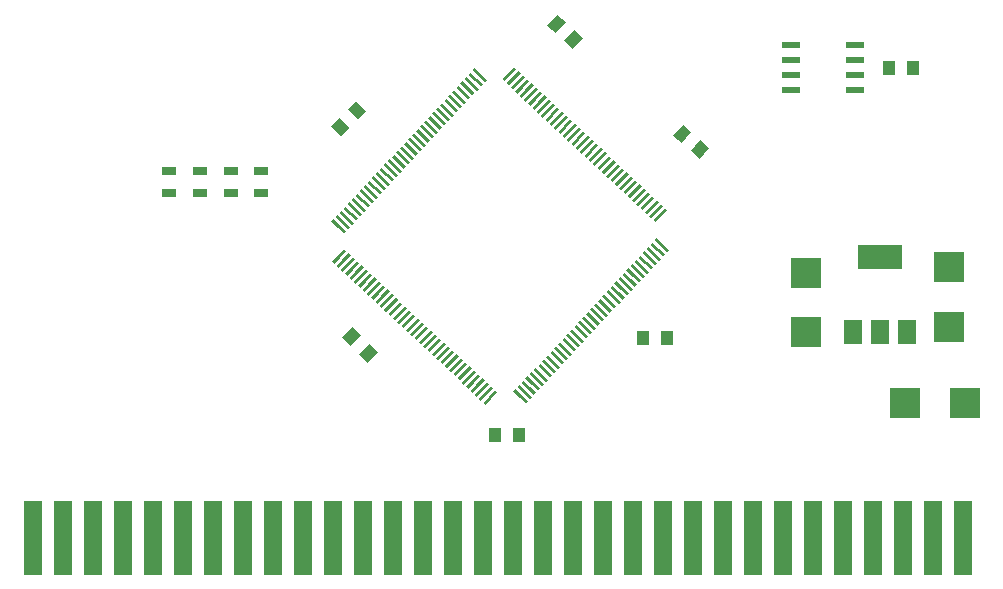
<source format=gtp>
G04 #@! TF.FileFunction,Paste,Top*
%FSLAX46Y46*%
G04 Gerber Fmt 4.6, Leading zero omitted, Abs format (unit mm)*
G04 Created by KiCad (PCBNEW (after 2015-may-25 BZR unknown)-product) date 17/09/2017 09:43:34*
%MOMM*%
G01*
G04 APERTURE LIST*
%ADD10C,0.100000*%
%ADD11R,2.550160X2.499360*%
%ADD12R,1.300000X0.700000*%
%ADD13R,3.800000X2.000000*%
%ADD14R,1.500000X2.000000*%
%ADD15R,1.000000X1.250000*%
%ADD16R,1.600200X6.299200*%
%ADD17R,2.499360X2.550160*%
%ADD18R,1.550000X0.600000*%
G04 APERTURE END LIST*
D10*
D11*
X242250240Y-152750000D03*
X247299760Y-152750000D03*
D12*
X179890000Y-133040000D03*
X179890000Y-134940000D03*
X182560000Y-133040000D03*
X182560000Y-134940000D03*
X185160000Y-133040000D03*
X185160000Y-134940000D03*
D10*
G36*
X214992924Y-121829231D02*
X214156511Y-122758162D01*
X213413366Y-122089031D01*
X214249779Y-121160100D01*
X214992924Y-121829231D01*
X214992924Y-121829231D01*
G37*
G36*
X213506635Y-120490969D02*
X212670222Y-121419900D01*
X211927077Y-120750769D01*
X212763490Y-119821838D01*
X213506635Y-120490969D01*
X213506635Y-120490969D01*
G37*
G36*
X225672102Y-131102395D02*
X224852028Y-132045782D01*
X224097318Y-131389723D01*
X224917392Y-130446336D01*
X225672102Y-131102395D01*
X225672102Y-131102395D01*
G37*
G36*
X224162683Y-129790276D02*
X223342609Y-130733663D01*
X222587899Y-130077604D01*
X223407973Y-129134217D01*
X224162683Y-129790276D01*
X224162683Y-129790276D01*
G37*
G36*
X197592602Y-148398719D02*
X196708719Y-149282602D01*
X196001612Y-148575495D01*
X196885495Y-147691612D01*
X197592602Y-148398719D01*
X197592602Y-148398719D01*
G37*
G36*
X196178389Y-146984505D02*
X195294506Y-147868388D01*
X194587399Y-147161281D01*
X195471282Y-146277398D01*
X196178389Y-146984505D01*
X196178389Y-146984505D01*
G37*
D13*
X240140000Y-140380000D03*
D14*
X240140000Y-146680000D03*
X242440000Y-146680000D03*
X237840000Y-146680000D03*
D10*
G36*
X205586223Y-124552542D02*
X205756722Y-124369704D01*
X206817185Y-125358602D01*
X206646686Y-125541440D01*
X205586223Y-124552542D01*
X205586223Y-124552542D01*
G37*
G36*
X205245224Y-124918219D02*
X205415723Y-124735381D01*
X206476186Y-125724279D01*
X206305687Y-125907117D01*
X205245224Y-124918219D01*
X205245224Y-124918219D01*
G37*
G36*
X204904225Y-125283896D02*
X205074724Y-125101058D01*
X206135187Y-126089956D01*
X205964688Y-126272794D01*
X204904225Y-125283896D01*
X204904225Y-125283896D01*
G37*
G36*
X204563226Y-125649573D02*
X204733725Y-125466735D01*
X205794188Y-126455633D01*
X205623689Y-126638471D01*
X204563226Y-125649573D01*
X204563226Y-125649573D01*
G37*
G36*
X204222226Y-126015250D02*
X204392725Y-125832412D01*
X205453188Y-126821310D01*
X205282689Y-127004148D01*
X204222226Y-126015250D01*
X204222226Y-126015250D01*
G37*
G36*
X203881227Y-126380927D02*
X204051726Y-126198089D01*
X205112189Y-127186987D01*
X204941690Y-127369825D01*
X203881227Y-126380927D01*
X203881227Y-126380927D01*
G37*
G36*
X203540228Y-126746604D02*
X203710727Y-126563766D01*
X204771190Y-127552664D01*
X204600691Y-127735502D01*
X203540228Y-126746604D01*
X203540228Y-126746604D01*
G37*
G36*
X203199229Y-127112280D02*
X203369728Y-126929442D01*
X204430191Y-127918340D01*
X204259692Y-128101178D01*
X203199229Y-127112280D01*
X203199229Y-127112280D01*
G37*
G36*
X202858230Y-127477957D02*
X203028729Y-127295119D01*
X204089192Y-128284017D01*
X203918693Y-128466855D01*
X202858230Y-127477957D01*
X202858230Y-127477957D01*
G37*
G36*
X202517230Y-127843634D02*
X202687729Y-127660796D01*
X203748192Y-128649694D01*
X203577693Y-128832532D01*
X202517230Y-127843634D01*
X202517230Y-127843634D01*
G37*
G36*
X202176231Y-128209311D02*
X202346730Y-128026473D01*
X203407193Y-129015371D01*
X203236694Y-129198209D01*
X202176231Y-128209311D01*
X202176231Y-128209311D01*
G37*
G36*
X201835232Y-128574988D02*
X202005731Y-128392150D01*
X203066194Y-129381048D01*
X202895695Y-129563886D01*
X201835232Y-128574988D01*
X201835232Y-128574988D01*
G37*
G36*
X201494233Y-128940665D02*
X201664732Y-128757827D01*
X202725195Y-129746725D01*
X202554696Y-129929563D01*
X201494233Y-128940665D01*
X201494233Y-128940665D01*
G37*
G36*
X201153234Y-129306341D02*
X201323733Y-129123503D01*
X202384196Y-130112401D01*
X202213697Y-130295239D01*
X201153234Y-129306341D01*
X201153234Y-129306341D01*
G37*
G36*
X200812235Y-129672018D02*
X200982734Y-129489180D01*
X202043197Y-130478078D01*
X201872698Y-130660916D01*
X200812235Y-129672018D01*
X200812235Y-129672018D01*
G37*
G36*
X200471235Y-130037695D02*
X200641734Y-129854857D01*
X201702197Y-130843755D01*
X201531698Y-131026593D01*
X200471235Y-130037695D01*
X200471235Y-130037695D01*
G37*
G36*
X200130236Y-130403372D02*
X200300735Y-130220534D01*
X201361198Y-131209432D01*
X201190699Y-131392270D01*
X200130236Y-130403372D01*
X200130236Y-130403372D01*
G37*
G36*
X199789237Y-130769049D02*
X199959736Y-130586211D01*
X201020199Y-131575109D01*
X200849700Y-131757947D01*
X199789237Y-130769049D01*
X199789237Y-130769049D01*
G37*
G36*
X199448238Y-131134726D02*
X199618737Y-130951888D01*
X200679200Y-131940786D01*
X200508701Y-132123624D01*
X199448238Y-131134726D01*
X199448238Y-131134726D01*
G37*
G36*
X199107239Y-131500403D02*
X199277738Y-131317565D01*
X200338201Y-132306463D01*
X200167702Y-132489301D01*
X199107239Y-131500403D01*
X199107239Y-131500403D01*
G37*
G36*
X198766239Y-131866079D02*
X198936738Y-131683241D01*
X199997201Y-132672139D01*
X199826702Y-132854977D01*
X198766239Y-131866079D01*
X198766239Y-131866079D01*
G37*
G36*
X198425240Y-132231756D02*
X198595739Y-132048918D01*
X199656202Y-133037816D01*
X199485703Y-133220654D01*
X198425240Y-132231756D01*
X198425240Y-132231756D01*
G37*
G36*
X198084241Y-132597433D02*
X198254740Y-132414595D01*
X199315203Y-133403493D01*
X199144704Y-133586331D01*
X198084241Y-132597433D01*
X198084241Y-132597433D01*
G37*
G36*
X197743242Y-132963110D02*
X197913741Y-132780272D01*
X198974204Y-133769170D01*
X198803705Y-133952008D01*
X197743242Y-132963110D01*
X197743242Y-132963110D01*
G37*
G36*
X197402243Y-133328787D02*
X197572742Y-133145949D01*
X198633205Y-134134847D01*
X198462706Y-134317685D01*
X197402243Y-133328787D01*
X197402243Y-133328787D01*
G37*
G36*
X197061244Y-133694464D02*
X197231743Y-133511626D01*
X198292206Y-134500524D01*
X198121707Y-134683362D01*
X197061244Y-133694464D01*
X197061244Y-133694464D01*
G37*
G36*
X196720244Y-134060141D02*
X196890743Y-133877303D01*
X197951206Y-134866201D01*
X197780707Y-135049039D01*
X196720244Y-134060141D01*
X196720244Y-134060141D01*
G37*
G36*
X196379245Y-134425817D02*
X196549744Y-134242979D01*
X197610207Y-135231877D01*
X197439708Y-135414715D01*
X196379245Y-134425817D01*
X196379245Y-134425817D01*
G37*
G36*
X196038246Y-134791494D02*
X196208745Y-134608656D01*
X197269208Y-135597554D01*
X197098709Y-135780392D01*
X196038246Y-134791494D01*
X196038246Y-134791494D01*
G37*
G36*
X195697247Y-135157171D02*
X195867746Y-134974333D01*
X196928209Y-135963231D01*
X196757710Y-136146069D01*
X195697247Y-135157171D01*
X195697247Y-135157171D01*
G37*
G36*
X195356248Y-135522848D02*
X195526747Y-135340010D01*
X196587210Y-136328908D01*
X196416711Y-136511746D01*
X195356248Y-135522848D01*
X195356248Y-135522848D01*
G37*
G36*
X195015249Y-135888525D02*
X195185748Y-135705687D01*
X196246211Y-136694585D01*
X196075712Y-136877423D01*
X195015249Y-135888525D01*
X195015249Y-135888525D01*
G37*
G36*
X194674249Y-136254202D02*
X194844748Y-136071364D01*
X195905211Y-137060262D01*
X195734712Y-137243100D01*
X194674249Y-136254202D01*
X194674249Y-136254202D01*
G37*
G36*
X194333250Y-136619878D02*
X194503749Y-136437040D01*
X195564212Y-137425938D01*
X195393713Y-137608776D01*
X194333250Y-136619878D01*
X194333250Y-136619878D01*
G37*
G36*
X193992251Y-136985555D02*
X194162750Y-136802717D01*
X195223213Y-137791615D01*
X195052714Y-137974453D01*
X193992251Y-136985555D01*
X193992251Y-136985555D01*
G37*
G36*
X193651252Y-137351232D02*
X193821751Y-137168394D01*
X194882214Y-138157292D01*
X194711715Y-138340130D01*
X193651252Y-137351232D01*
X193651252Y-137351232D01*
G37*
G36*
X193952542Y-140913777D02*
X193769704Y-140743278D01*
X194758602Y-139682815D01*
X194941440Y-139853314D01*
X193952542Y-140913777D01*
X193952542Y-140913777D01*
G37*
G36*
X194318219Y-141254776D02*
X194135381Y-141084277D01*
X195124279Y-140023814D01*
X195307117Y-140194313D01*
X194318219Y-141254776D01*
X194318219Y-141254776D01*
G37*
G36*
X194683896Y-141595775D02*
X194501058Y-141425276D01*
X195489956Y-140364813D01*
X195672794Y-140535312D01*
X194683896Y-141595775D01*
X194683896Y-141595775D01*
G37*
G36*
X195049573Y-141936774D02*
X194866735Y-141766275D01*
X195855633Y-140705812D01*
X196038471Y-140876311D01*
X195049573Y-141936774D01*
X195049573Y-141936774D01*
G37*
G36*
X195415250Y-142277774D02*
X195232412Y-142107275D01*
X196221310Y-141046812D01*
X196404148Y-141217311D01*
X195415250Y-142277774D01*
X195415250Y-142277774D01*
G37*
G36*
X195780927Y-142618773D02*
X195598089Y-142448274D01*
X196586987Y-141387811D01*
X196769825Y-141558310D01*
X195780927Y-142618773D01*
X195780927Y-142618773D01*
G37*
G36*
X196146604Y-142959772D02*
X195963766Y-142789273D01*
X196952664Y-141728810D01*
X197135502Y-141899309D01*
X196146604Y-142959772D01*
X196146604Y-142959772D01*
G37*
G36*
X196512280Y-143300771D02*
X196329442Y-143130272D01*
X197318340Y-142069809D01*
X197501178Y-142240308D01*
X196512280Y-143300771D01*
X196512280Y-143300771D01*
G37*
G36*
X196877957Y-143641770D02*
X196695119Y-143471271D01*
X197684017Y-142410808D01*
X197866855Y-142581307D01*
X196877957Y-143641770D01*
X196877957Y-143641770D01*
G37*
G36*
X197243634Y-143982770D02*
X197060796Y-143812271D01*
X198049694Y-142751808D01*
X198232532Y-142922307D01*
X197243634Y-143982770D01*
X197243634Y-143982770D01*
G37*
G36*
X197609311Y-144323769D02*
X197426473Y-144153270D01*
X198415371Y-143092807D01*
X198598209Y-143263306D01*
X197609311Y-144323769D01*
X197609311Y-144323769D01*
G37*
G36*
X197974988Y-144664768D02*
X197792150Y-144494269D01*
X198781048Y-143433806D01*
X198963886Y-143604305D01*
X197974988Y-144664768D01*
X197974988Y-144664768D01*
G37*
G36*
X198340665Y-145005767D02*
X198157827Y-144835268D01*
X199146725Y-143774805D01*
X199329563Y-143945304D01*
X198340665Y-145005767D01*
X198340665Y-145005767D01*
G37*
G36*
X198706341Y-145346766D02*
X198523503Y-145176267D01*
X199512401Y-144115804D01*
X199695239Y-144286303D01*
X198706341Y-145346766D01*
X198706341Y-145346766D01*
G37*
G36*
X199072018Y-145687765D02*
X198889180Y-145517266D01*
X199878078Y-144456803D01*
X200060916Y-144627302D01*
X199072018Y-145687765D01*
X199072018Y-145687765D01*
G37*
G36*
X199437695Y-146028765D02*
X199254857Y-145858266D01*
X200243755Y-144797803D01*
X200426593Y-144968302D01*
X199437695Y-146028765D01*
X199437695Y-146028765D01*
G37*
G36*
X199803372Y-146369764D02*
X199620534Y-146199265D01*
X200609432Y-145138802D01*
X200792270Y-145309301D01*
X199803372Y-146369764D01*
X199803372Y-146369764D01*
G37*
G36*
X200169049Y-146710763D02*
X199986211Y-146540264D01*
X200975109Y-145479801D01*
X201157947Y-145650300D01*
X200169049Y-146710763D01*
X200169049Y-146710763D01*
G37*
G36*
X200534726Y-147051762D02*
X200351888Y-146881263D01*
X201340786Y-145820800D01*
X201523624Y-145991299D01*
X200534726Y-147051762D01*
X200534726Y-147051762D01*
G37*
G36*
X200900403Y-147392761D02*
X200717565Y-147222262D01*
X201706463Y-146161799D01*
X201889301Y-146332298D01*
X200900403Y-147392761D01*
X200900403Y-147392761D01*
G37*
G36*
X201266079Y-147733761D02*
X201083241Y-147563262D01*
X202072139Y-146502799D01*
X202254977Y-146673298D01*
X201266079Y-147733761D01*
X201266079Y-147733761D01*
G37*
G36*
X201631756Y-148074760D02*
X201448918Y-147904261D01*
X202437816Y-146843798D01*
X202620654Y-147014297D01*
X201631756Y-148074760D01*
X201631756Y-148074760D01*
G37*
G36*
X201997433Y-148415759D02*
X201814595Y-148245260D01*
X202803493Y-147184797D01*
X202986331Y-147355296D01*
X201997433Y-148415759D01*
X201997433Y-148415759D01*
G37*
G36*
X202363110Y-148756758D02*
X202180272Y-148586259D01*
X203169170Y-147525796D01*
X203352008Y-147696295D01*
X202363110Y-148756758D01*
X202363110Y-148756758D01*
G37*
G36*
X202728787Y-149097757D02*
X202545949Y-148927258D01*
X203534847Y-147866795D01*
X203717685Y-148037294D01*
X202728787Y-149097757D01*
X202728787Y-149097757D01*
G37*
G36*
X203094464Y-149438756D02*
X202911626Y-149268257D01*
X203900524Y-148207794D01*
X204083362Y-148378293D01*
X203094464Y-149438756D01*
X203094464Y-149438756D01*
G37*
G36*
X203460141Y-149779756D02*
X203277303Y-149609257D01*
X204266201Y-148548794D01*
X204449039Y-148719293D01*
X203460141Y-149779756D01*
X203460141Y-149779756D01*
G37*
G36*
X203825817Y-150120755D02*
X203642979Y-149950256D01*
X204631877Y-148889793D01*
X204814715Y-149060292D01*
X203825817Y-150120755D01*
X203825817Y-150120755D01*
G37*
G36*
X204191494Y-150461754D02*
X204008656Y-150291255D01*
X204997554Y-149230792D01*
X205180392Y-149401291D01*
X204191494Y-150461754D01*
X204191494Y-150461754D01*
G37*
G36*
X204557171Y-150802753D02*
X204374333Y-150632254D01*
X205363231Y-149571791D01*
X205546069Y-149742290D01*
X204557171Y-150802753D01*
X204557171Y-150802753D01*
G37*
G36*
X204922848Y-151143752D02*
X204740010Y-150973253D01*
X205728908Y-149912790D01*
X205911746Y-150083289D01*
X204922848Y-151143752D01*
X204922848Y-151143752D01*
G37*
G36*
X205288525Y-151484751D02*
X205105687Y-151314252D01*
X206094585Y-150253789D01*
X206277423Y-150424288D01*
X205288525Y-151484751D01*
X205288525Y-151484751D01*
G37*
G36*
X205654202Y-151825751D02*
X205471364Y-151655252D01*
X206460262Y-150594789D01*
X206643100Y-150765288D01*
X205654202Y-151825751D01*
X205654202Y-151825751D01*
G37*
G36*
X206019878Y-152166750D02*
X205837040Y-151996251D01*
X206825938Y-150935788D01*
X207008776Y-151106287D01*
X206019878Y-152166750D01*
X206019878Y-152166750D01*
G37*
G36*
X206385555Y-152507749D02*
X206202717Y-152337250D01*
X207191615Y-151276787D01*
X207374453Y-151447286D01*
X206385555Y-152507749D01*
X206385555Y-152507749D01*
G37*
G36*
X206751232Y-152848748D02*
X206568394Y-152678249D01*
X207557292Y-151617786D01*
X207740130Y-151788285D01*
X206751232Y-152848748D01*
X206751232Y-152848748D01*
G37*
G36*
X209082815Y-151741398D02*
X209253314Y-151558560D01*
X210313777Y-152547458D01*
X210143278Y-152730296D01*
X209082815Y-151741398D01*
X209082815Y-151741398D01*
G37*
G36*
X209423814Y-151375721D02*
X209594313Y-151192883D01*
X210654776Y-152181781D01*
X210484277Y-152364619D01*
X209423814Y-151375721D01*
X209423814Y-151375721D01*
G37*
G36*
X209764813Y-151010044D02*
X209935312Y-150827206D01*
X210995775Y-151816104D01*
X210825276Y-151998942D01*
X209764813Y-151010044D01*
X209764813Y-151010044D01*
G37*
G36*
X210105812Y-150644367D02*
X210276311Y-150461529D01*
X211336774Y-151450427D01*
X211166275Y-151633265D01*
X210105812Y-150644367D01*
X210105812Y-150644367D01*
G37*
G36*
X210446812Y-150278690D02*
X210617311Y-150095852D01*
X211677774Y-151084750D01*
X211507275Y-151267588D01*
X210446812Y-150278690D01*
X210446812Y-150278690D01*
G37*
G36*
X210787811Y-149913013D02*
X210958310Y-149730175D01*
X212018773Y-150719073D01*
X211848274Y-150901911D01*
X210787811Y-149913013D01*
X210787811Y-149913013D01*
G37*
G36*
X211128810Y-149547336D02*
X211299309Y-149364498D01*
X212359772Y-150353396D01*
X212189273Y-150536234D01*
X211128810Y-149547336D01*
X211128810Y-149547336D01*
G37*
G36*
X211469809Y-149181660D02*
X211640308Y-148998822D01*
X212700771Y-149987720D01*
X212530272Y-150170558D01*
X211469809Y-149181660D01*
X211469809Y-149181660D01*
G37*
G36*
X211810808Y-148815983D02*
X211981307Y-148633145D01*
X213041770Y-149622043D01*
X212871271Y-149804881D01*
X211810808Y-148815983D01*
X211810808Y-148815983D01*
G37*
G36*
X212151808Y-148450306D02*
X212322307Y-148267468D01*
X213382770Y-149256366D01*
X213212271Y-149439204D01*
X212151808Y-148450306D01*
X212151808Y-148450306D01*
G37*
G36*
X212492807Y-148084629D02*
X212663306Y-147901791D01*
X213723769Y-148890689D01*
X213553270Y-149073527D01*
X212492807Y-148084629D01*
X212492807Y-148084629D01*
G37*
G36*
X212833806Y-147718952D02*
X213004305Y-147536114D01*
X214064768Y-148525012D01*
X213894269Y-148707850D01*
X212833806Y-147718952D01*
X212833806Y-147718952D01*
G37*
G36*
X213174805Y-147353275D02*
X213345304Y-147170437D01*
X214405767Y-148159335D01*
X214235268Y-148342173D01*
X213174805Y-147353275D01*
X213174805Y-147353275D01*
G37*
G36*
X213515804Y-146987599D02*
X213686303Y-146804761D01*
X214746766Y-147793659D01*
X214576267Y-147976497D01*
X213515804Y-146987599D01*
X213515804Y-146987599D01*
G37*
G36*
X213856803Y-146621922D02*
X214027302Y-146439084D01*
X215087765Y-147427982D01*
X214917266Y-147610820D01*
X213856803Y-146621922D01*
X213856803Y-146621922D01*
G37*
G36*
X214197803Y-146256245D02*
X214368302Y-146073407D01*
X215428765Y-147062305D01*
X215258266Y-147245143D01*
X214197803Y-146256245D01*
X214197803Y-146256245D01*
G37*
G36*
X214538802Y-145890568D02*
X214709301Y-145707730D01*
X215769764Y-146696628D01*
X215599265Y-146879466D01*
X214538802Y-145890568D01*
X214538802Y-145890568D01*
G37*
G36*
X214879801Y-145524891D02*
X215050300Y-145342053D01*
X216110763Y-146330951D01*
X215940264Y-146513789D01*
X214879801Y-145524891D01*
X214879801Y-145524891D01*
G37*
G36*
X215220800Y-145159214D02*
X215391299Y-144976376D01*
X216451762Y-145965274D01*
X216281263Y-146148112D01*
X215220800Y-145159214D01*
X215220800Y-145159214D01*
G37*
G36*
X215561799Y-144793537D02*
X215732298Y-144610699D01*
X216792761Y-145599597D01*
X216622262Y-145782435D01*
X215561799Y-144793537D01*
X215561799Y-144793537D01*
G37*
G36*
X215902799Y-144427861D02*
X216073298Y-144245023D01*
X217133761Y-145233921D01*
X216963262Y-145416759D01*
X215902799Y-144427861D01*
X215902799Y-144427861D01*
G37*
G36*
X216243798Y-144062184D02*
X216414297Y-143879346D01*
X217474760Y-144868244D01*
X217304261Y-145051082D01*
X216243798Y-144062184D01*
X216243798Y-144062184D01*
G37*
G36*
X216584797Y-143696507D02*
X216755296Y-143513669D01*
X217815759Y-144502567D01*
X217645260Y-144685405D01*
X216584797Y-143696507D01*
X216584797Y-143696507D01*
G37*
G36*
X216925796Y-143330830D02*
X217096295Y-143147992D01*
X218156758Y-144136890D01*
X217986259Y-144319728D01*
X216925796Y-143330830D01*
X216925796Y-143330830D01*
G37*
G36*
X217266795Y-142965153D02*
X217437294Y-142782315D01*
X218497757Y-143771213D01*
X218327258Y-143954051D01*
X217266795Y-142965153D01*
X217266795Y-142965153D01*
G37*
G36*
X217607794Y-142599476D02*
X217778293Y-142416638D01*
X218838756Y-143405536D01*
X218668257Y-143588374D01*
X217607794Y-142599476D01*
X217607794Y-142599476D01*
G37*
G36*
X217948794Y-142233799D02*
X218119293Y-142050961D01*
X219179756Y-143039859D01*
X219009257Y-143222697D01*
X217948794Y-142233799D01*
X217948794Y-142233799D01*
G37*
G36*
X218289793Y-141868123D02*
X218460292Y-141685285D01*
X219520755Y-142674183D01*
X219350256Y-142857021D01*
X218289793Y-141868123D01*
X218289793Y-141868123D01*
G37*
G36*
X218630792Y-141502446D02*
X218801291Y-141319608D01*
X219861754Y-142308506D01*
X219691255Y-142491344D01*
X218630792Y-141502446D01*
X218630792Y-141502446D01*
G37*
G36*
X218971791Y-141136769D02*
X219142290Y-140953931D01*
X220202753Y-141942829D01*
X220032254Y-142125667D01*
X218971791Y-141136769D01*
X218971791Y-141136769D01*
G37*
G36*
X219312790Y-140771092D02*
X219483289Y-140588254D01*
X220543752Y-141577152D01*
X220373253Y-141759990D01*
X219312790Y-140771092D01*
X219312790Y-140771092D01*
G37*
G36*
X219653789Y-140405415D02*
X219824288Y-140222577D01*
X220884751Y-141211475D01*
X220714252Y-141394313D01*
X219653789Y-140405415D01*
X219653789Y-140405415D01*
G37*
G36*
X219994789Y-140039738D02*
X220165288Y-139856900D01*
X221225751Y-140845798D01*
X221055252Y-141028636D01*
X219994789Y-140039738D01*
X219994789Y-140039738D01*
G37*
G36*
X220335788Y-139674062D02*
X220506287Y-139491224D01*
X221566750Y-140480122D01*
X221396251Y-140662960D01*
X220335788Y-139674062D01*
X220335788Y-139674062D01*
G37*
G36*
X220676787Y-139308385D02*
X220847286Y-139125547D01*
X221907749Y-140114445D01*
X221737250Y-140297283D01*
X220676787Y-139308385D01*
X220676787Y-139308385D01*
G37*
G36*
X221017786Y-138942708D02*
X221188285Y-138759870D01*
X222248748Y-139748768D01*
X222078249Y-139931606D01*
X221017786Y-138942708D01*
X221017786Y-138942708D01*
G37*
G36*
X221141398Y-137417185D02*
X220958560Y-137246686D01*
X221947458Y-136186223D01*
X222130296Y-136356722D01*
X221141398Y-137417185D01*
X221141398Y-137417185D01*
G37*
G36*
X220775721Y-137076186D02*
X220592883Y-136905687D01*
X221581781Y-135845224D01*
X221764619Y-136015723D01*
X220775721Y-137076186D01*
X220775721Y-137076186D01*
G37*
G36*
X220410044Y-136735187D02*
X220227206Y-136564688D01*
X221216104Y-135504225D01*
X221398942Y-135674724D01*
X220410044Y-136735187D01*
X220410044Y-136735187D01*
G37*
G36*
X220044367Y-136394188D02*
X219861529Y-136223689D01*
X220850427Y-135163226D01*
X221033265Y-135333725D01*
X220044367Y-136394188D01*
X220044367Y-136394188D01*
G37*
G36*
X219678690Y-136053188D02*
X219495852Y-135882689D01*
X220484750Y-134822226D01*
X220667588Y-134992725D01*
X219678690Y-136053188D01*
X219678690Y-136053188D01*
G37*
G36*
X219313013Y-135712189D02*
X219130175Y-135541690D01*
X220119073Y-134481227D01*
X220301911Y-134651726D01*
X219313013Y-135712189D01*
X219313013Y-135712189D01*
G37*
G36*
X218947336Y-135371190D02*
X218764498Y-135200691D01*
X219753396Y-134140228D01*
X219936234Y-134310727D01*
X218947336Y-135371190D01*
X218947336Y-135371190D01*
G37*
G36*
X218581660Y-135030191D02*
X218398822Y-134859692D01*
X219387720Y-133799229D01*
X219570558Y-133969728D01*
X218581660Y-135030191D01*
X218581660Y-135030191D01*
G37*
G36*
X218215983Y-134689192D02*
X218033145Y-134518693D01*
X219022043Y-133458230D01*
X219204881Y-133628729D01*
X218215983Y-134689192D01*
X218215983Y-134689192D01*
G37*
G36*
X217850306Y-134348192D02*
X217667468Y-134177693D01*
X218656366Y-133117230D01*
X218839204Y-133287729D01*
X217850306Y-134348192D01*
X217850306Y-134348192D01*
G37*
G36*
X217484629Y-134007193D02*
X217301791Y-133836694D01*
X218290689Y-132776231D01*
X218473527Y-132946730D01*
X217484629Y-134007193D01*
X217484629Y-134007193D01*
G37*
G36*
X217118952Y-133666194D02*
X216936114Y-133495695D01*
X217925012Y-132435232D01*
X218107850Y-132605731D01*
X217118952Y-133666194D01*
X217118952Y-133666194D01*
G37*
G36*
X216753275Y-133325195D02*
X216570437Y-133154696D01*
X217559335Y-132094233D01*
X217742173Y-132264732D01*
X216753275Y-133325195D01*
X216753275Y-133325195D01*
G37*
G36*
X216387599Y-132984196D02*
X216204761Y-132813697D01*
X217193659Y-131753234D01*
X217376497Y-131923733D01*
X216387599Y-132984196D01*
X216387599Y-132984196D01*
G37*
G36*
X216021922Y-132643197D02*
X215839084Y-132472698D01*
X216827982Y-131412235D01*
X217010820Y-131582734D01*
X216021922Y-132643197D01*
X216021922Y-132643197D01*
G37*
G36*
X215656245Y-132302197D02*
X215473407Y-132131698D01*
X216462305Y-131071235D01*
X216645143Y-131241734D01*
X215656245Y-132302197D01*
X215656245Y-132302197D01*
G37*
G36*
X215290568Y-131961198D02*
X215107730Y-131790699D01*
X216096628Y-130730236D01*
X216279466Y-130900735D01*
X215290568Y-131961198D01*
X215290568Y-131961198D01*
G37*
G36*
X214924891Y-131620199D02*
X214742053Y-131449700D01*
X215730951Y-130389237D01*
X215913789Y-130559736D01*
X214924891Y-131620199D01*
X214924891Y-131620199D01*
G37*
G36*
X214559214Y-131279200D02*
X214376376Y-131108701D01*
X215365274Y-130048238D01*
X215548112Y-130218737D01*
X214559214Y-131279200D01*
X214559214Y-131279200D01*
G37*
G36*
X214193537Y-130938201D02*
X214010699Y-130767702D01*
X214999597Y-129707239D01*
X215182435Y-129877738D01*
X214193537Y-130938201D01*
X214193537Y-130938201D01*
G37*
G36*
X213827861Y-130597201D02*
X213645023Y-130426702D01*
X214633921Y-129366239D01*
X214816759Y-129536738D01*
X213827861Y-130597201D01*
X213827861Y-130597201D01*
G37*
G36*
X213462184Y-130256202D02*
X213279346Y-130085703D01*
X214268244Y-129025240D01*
X214451082Y-129195739D01*
X213462184Y-130256202D01*
X213462184Y-130256202D01*
G37*
G36*
X213096507Y-129915203D02*
X212913669Y-129744704D01*
X213902567Y-128684241D01*
X214085405Y-128854740D01*
X213096507Y-129915203D01*
X213096507Y-129915203D01*
G37*
G36*
X212730830Y-129574204D02*
X212547992Y-129403705D01*
X213536890Y-128343242D01*
X213719728Y-128513741D01*
X212730830Y-129574204D01*
X212730830Y-129574204D01*
G37*
G36*
X212365153Y-129233205D02*
X212182315Y-129062706D01*
X213171213Y-128002243D01*
X213354051Y-128172742D01*
X212365153Y-129233205D01*
X212365153Y-129233205D01*
G37*
G36*
X211999476Y-128892206D02*
X211816638Y-128721707D01*
X212805536Y-127661244D01*
X212988374Y-127831743D01*
X211999476Y-128892206D01*
X211999476Y-128892206D01*
G37*
G36*
X211633799Y-128551206D02*
X211450961Y-128380707D01*
X212439859Y-127320244D01*
X212622697Y-127490743D01*
X211633799Y-128551206D01*
X211633799Y-128551206D01*
G37*
G36*
X211268123Y-128210207D02*
X211085285Y-128039708D01*
X212074183Y-126979245D01*
X212257021Y-127149744D01*
X211268123Y-128210207D01*
X211268123Y-128210207D01*
G37*
G36*
X210902446Y-127869208D02*
X210719608Y-127698709D01*
X211708506Y-126638246D01*
X211891344Y-126808745D01*
X210902446Y-127869208D01*
X210902446Y-127869208D01*
G37*
G36*
X210536769Y-127528209D02*
X210353931Y-127357710D01*
X211342829Y-126297247D01*
X211525667Y-126467746D01*
X210536769Y-127528209D01*
X210536769Y-127528209D01*
G37*
G36*
X210171092Y-127187210D02*
X209988254Y-127016711D01*
X210977152Y-125956248D01*
X211159990Y-126126747D01*
X210171092Y-127187210D01*
X210171092Y-127187210D01*
G37*
G36*
X209805415Y-126846211D02*
X209622577Y-126675712D01*
X210611475Y-125615249D01*
X210794313Y-125785748D01*
X209805415Y-126846211D01*
X209805415Y-126846211D01*
G37*
G36*
X209439738Y-126505211D02*
X209256900Y-126334712D01*
X210245798Y-125274249D01*
X210428636Y-125444748D01*
X209439738Y-126505211D01*
X209439738Y-126505211D01*
G37*
G36*
X209074062Y-126164212D02*
X208891224Y-125993713D01*
X209880122Y-124933250D01*
X210062960Y-125103749D01*
X209074062Y-126164212D01*
X209074062Y-126164212D01*
G37*
G36*
X208708385Y-125823213D02*
X208525547Y-125652714D01*
X209514445Y-124592251D01*
X209697283Y-124762750D01*
X208708385Y-125823213D01*
X208708385Y-125823213D01*
G37*
G36*
X208342708Y-125482214D02*
X208159870Y-125311715D01*
X209148768Y-124251252D01*
X209331606Y-124421751D01*
X208342708Y-125482214D01*
X208342708Y-125482214D01*
G37*
D15*
X209520000Y-155440000D03*
X207520000Y-155439999D03*
D16*
X168443180Y-164118580D03*
X170983180Y-164118580D03*
X173523180Y-164118580D03*
X176063180Y-164118580D03*
X178603180Y-164118580D03*
X181143180Y-164118580D03*
X183683180Y-164118580D03*
X186223180Y-164118580D03*
X188763180Y-164118580D03*
X191303180Y-164118580D03*
X193843180Y-164118580D03*
X196383180Y-164118580D03*
X198923180Y-164118580D03*
X201463180Y-164118580D03*
X204003180Y-164118580D03*
X206543180Y-164118580D03*
X209083180Y-164118580D03*
X211623180Y-164118580D03*
X214163180Y-164118580D03*
X216703180Y-164118580D03*
X219243180Y-164118580D03*
X221783180Y-164118580D03*
X224323180Y-164118580D03*
X226863180Y-164118580D03*
X229403180Y-164118580D03*
X231943180Y-164118580D03*
X234483180Y-164118580D03*
X237023180Y-164118580D03*
X239563180Y-164118580D03*
X242103180Y-164118580D03*
X244643180Y-164118580D03*
X247183180Y-164118580D03*
D10*
G36*
X195748719Y-127137398D02*
X196632602Y-128021281D01*
X195925495Y-128728388D01*
X195041612Y-127844505D01*
X195748719Y-127137398D01*
X195748719Y-127137398D01*
G37*
G36*
X194334505Y-128551612D02*
X195218388Y-129435495D01*
X194511281Y-130142602D01*
X193627398Y-129258719D01*
X194334505Y-128551612D01*
X194334505Y-128551612D01*
G37*
D15*
X220100000Y-147180000D03*
X222100000Y-147180000D03*
D17*
X233860000Y-146724760D03*
X233860000Y-141675240D03*
X245930000Y-146244760D03*
X245930000Y-141195240D03*
D15*
X242920000Y-124380000D03*
X240920000Y-124380000D03*
D12*
X187680000Y-133040000D03*
X187680000Y-134940000D03*
D18*
X232620000Y-122375000D03*
X232620000Y-123645000D03*
X232620000Y-124915000D03*
X232620000Y-126185000D03*
X238020000Y-126185000D03*
X238020000Y-124915000D03*
X238020000Y-123645000D03*
X238020000Y-122375000D03*
M02*

</source>
